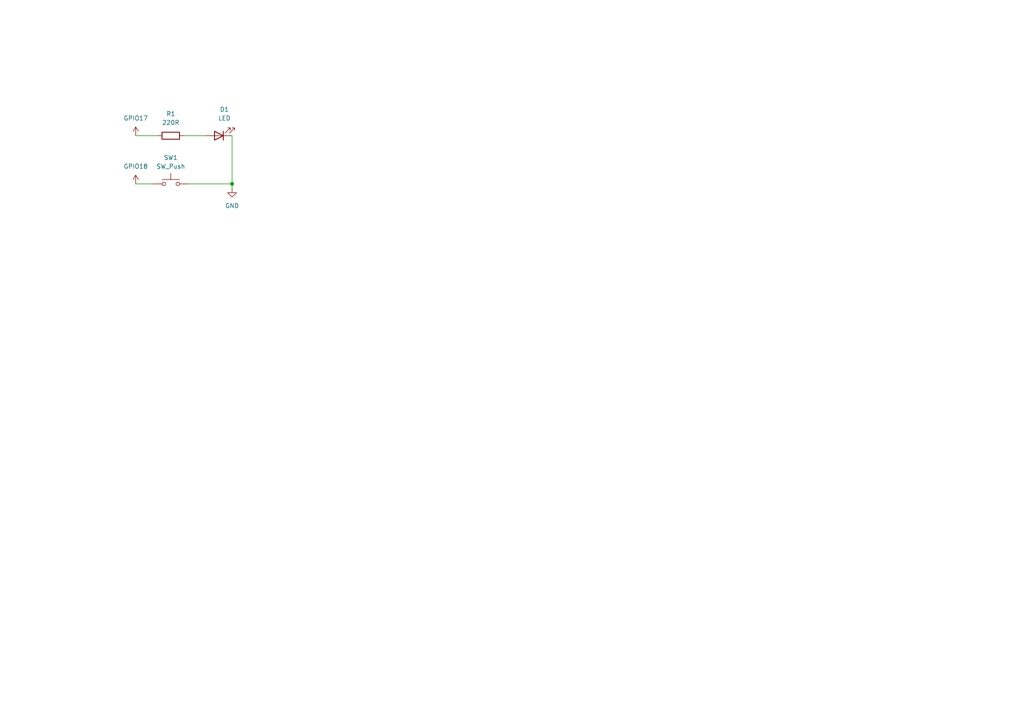
<source format=kicad_sch>
(kicad_sch (version 20231120) (generator "eeschema") (generator_version "8.0")
  (paper "A4")
  (lib_symbols
    (symbol "Device:LED" (pin_numbers hide) (pin_names (offset 1.016) hide)
      (property "Reference" "D" (at 0 2.54 0))
      (property "Value" "LED" (at 0 -2.54 0))
      (symbol "LED_0_1"
        (polyline (pts (xy -1.27 -1.27) (xy -1.27 1.27)) (stroke (width 0.254)))
        (polyline (pts (xy -1.27 0) (xy 1.27 0)))
        (polyline (pts (xy 1.27 -1.27) (xy 1.27 1.27) (xy -1.27 0) (xy 1.27 -1.27)) (stroke (width 0.254)))
        (polyline (pts (xy -3.048 -0.762) (xy -4.572 -2.286) (xy -3.81 -2.286) (xy -4.572 -2.286) (xy -4.572 -1.524)))
        (polyline (pts (xy -1.778 -0.762) (xy -3.302 -2.286) (xy -2.54 -2.286) (xy -3.302 -2.286) (xy -3.302 -1.524)))
      )
      (symbol "LED_1_1"
        (pin passive line (at -3.81 0 0) (length 2.54) (name "K") (number "1"))
        (pin passive line (at 3.81 0 180) (length 2.54) (name "A") (number "2"))
      )
    )
    (symbol "Device:R" (pin_numbers hide) (pin_names (offset 0))
      (property "Reference" "R" (at 2.032 0 90))
      (property "Value" "R" (at 0 0 90))
      (symbol "R_0_1"
        (rectangle (start -1.016 -2.54) (end 1.016 2.54) (stroke (width 0.254)))
      )
      (symbol "R_1_1"
        (pin passive line (at 0 3.81 270) (length 1.27) (name "~") (number "1"))
        (pin passive line (at 0 -3.81 90) (length 1.27) (name "~") (number "2"))
      )
    )
    (symbol "Switch:SW_Push" (pin_numbers hide) (pin_names (offset 1.016) hide)
      (property "Reference" "SW" (at 1.27 2.54 0))
      (property "Value" "SW_Push" (at 0 -1.524 0))
      (symbol "SW_Push_0_1"
        (circle (center -2.032 0) (radius 0.508))
        (polyline (pts (xy 0 1.27) (xy 0 3.048)))
        (polyline (pts (xy 2.54 1.27) (xy -2.54 1.27)))
        (circle (center 2.032 0) (radius 0.508))
        (pin passive line (at -5.08 0 0) (length 2.54) (name "1") (number "1"))
        (pin passive line (at 5.08 0 180) (length 2.54) (name "2") (number "2"))
      )
    )
    (symbol "power:GND" (power) (pin_numbers hide) (pin_names (offset 0) hide)
      (property "Value" "GND" (at 0 -3.81 0))
      (symbol "GND_0_1"
        (polyline (pts (xy 0 0) (xy 0 -1.27) (xy 1.27 -1.27) (xy 0 -2.54) (xy -1.27 -1.27) (xy 0 -1.27)))
      )
      (symbol "GND_1_1"
        (pin power_in line (at 0 0 270) (length 0) (name "~") (number "1"))
      )
    )
    (symbol "power:VCC" (power) (pin_numbers hide) (pin_names (offset 0) hide)
      (property "Value" "VCC" (at 0 3.556 0))
      (symbol "VCC_0_1"
        (polyline (pts (xy -0.762 1.27) (xy 0 2.54)))
        (polyline (pts (xy 0 0) (xy 0 2.54)))
        (polyline (pts (xy 0 2.54) (xy 0.762 1.27)))
      )
      (symbol "VCC_1_1"
        (pin power_in line (at 0 0 90) (length 0) (name "~") (number "1"))
      )
    )
  )
  (junction (at 67.31 53.34))
  (wire (pts (xy 39.37 53.34) (xy 44.45 53.34)))
  (wire (pts (xy 67.31 39.37) (xy 67.31 53.34)))
  (wire (pts (xy 39.37 39.37) (xy 45.72 39.37)))
  (wire (pts (xy 53.34 39.37) (xy 59.69 39.37)))
  (wire (pts (xy 54.61 53.34) (xy 67.31 53.34)))
  (wire (pts (xy 67.31 54.61) (xy 67.31 53.34)))
  (symbol (lib_id "Device:LED") (at 63.5 39.37 180) (unit 1)
    (property "Reference" "D1" (at 65.0875 31.75 0))
    (property "Value" "LED" (at 65.0875 34.29 0))
    (property "Description" "Light emitting diode" (effects (hide yes)))
  )
  (symbol (lib_id "Device:R") (at 49.53 39.37 90) (unit 1)
    (property "Reference" "R1" (at 49.53 33.02 90))
    (property "Value" "220R" (at 49.53 35.56 90))
    (property "Description" "Resistor" (effects (hide yes)))
  )
  (symbol (lib_id "power:GND") (at 67.31 54.61 0) (unit 1)
    (property "Reference" "#PWR03" (effects (hide yes)))
    (property "Value" "GND" (at 67.31 59.69 0))
    (property "Description" "Power symbol creates a global label with name \"GND\" , ground" (effects (hide yes)))
  )
  (symbol (lib_id "power:VCC") (at 39.37 39.37 0) (unit 1)
    (property "Reference" "#PWR01" (effects (hide yes)))
    (property "Value" "GPIO17" (at 39.37 34.29 0))
    (property "Description" "Power symbol creates a global label with name \"VCC\"" (effects (hide yes)))
  )
  (symbol (lib_id "power:VCC") (at 39.37 53.34 0) (unit 1)
    (property "Reference" "#PWR02" (effects (hide yes)))
    (property "Value" "GPIO18" (at 39.37 48.26 0))
    (property "Description" "Power symbol creates a global label with name \"VCC\"" (effects (hide yes)))
  )
  (symbol (lib_id "Switch:SW_Push") (at 49.53 53.34 0) (unit 1)
    (property "Reference" "SW1" (at 49.53 45.72 0))
    (property "Value" "SW_Push" (at 49.53 48.26 0))
    (property "Description" "Push button switch, generic, two pins" (effects (hide yes)))
  )
)
</source>
